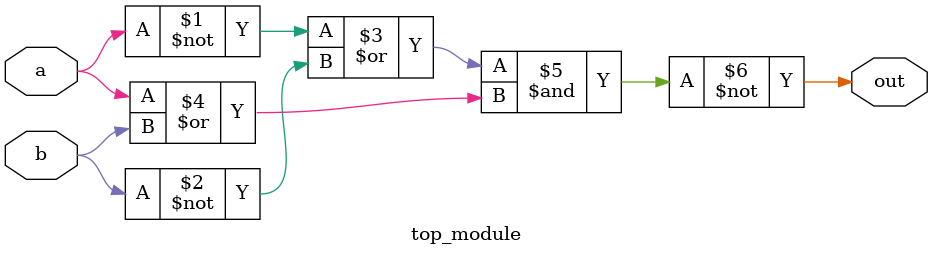
<source format=v>
module top_module ( 
    input a, 
    input b, 
    output out );
	
    assign out = ~(( ~a | ~b ) & (a | b));
    // xnor ( out, a, b );
    
endmodule

</source>
